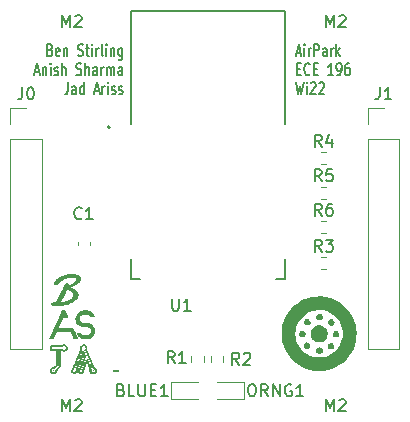
<source format=gbr>
%TF.GenerationSoftware,KiCad,Pcbnew,(6.0.7-1)-1*%
%TF.CreationDate,2023-02-09T22:12:40-08:00*%
%TF.ProjectId,MiniProject,4d696e69-5072-46f6-9a65-63742e6b6963,rev?*%
%TF.SameCoordinates,Original*%
%TF.FileFunction,Legend,Top*%
%TF.FilePolarity,Positive*%
%FSLAX46Y46*%
G04 Gerber Fmt 4.6, Leading zero omitted, Abs format (unit mm)*
G04 Created by KiCad (PCBNEW (6.0.7-1)-1) date 2023-02-09 22:12:40*
%MOMM*%
%LPD*%
G01*
G04 APERTURE LIST*
%ADD10C,0.150000*%
%ADD11C,0.120000*%
%ADD12C,0.127000*%
%ADD13C,0.200000*%
G04 APERTURE END LIST*
D10*
X167880357Y-93044666D02*
X168237500Y-93044666D01*
X167808928Y-93330380D02*
X168058928Y-92330380D01*
X168308928Y-93330380D01*
X168558928Y-93330380D02*
X168558928Y-92663714D01*
X168558928Y-92330380D02*
X168523214Y-92378000D01*
X168558928Y-92425619D01*
X168594642Y-92378000D01*
X168558928Y-92330380D01*
X168558928Y-92425619D01*
X168916071Y-93330380D02*
X168916071Y-92663714D01*
X168916071Y-92854190D02*
X168951785Y-92758952D01*
X168987500Y-92711333D01*
X169058928Y-92663714D01*
X169130357Y-92663714D01*
X169380357Y-93330380D02*
X169380357Y-92330380D01*
X169666071Y-92330380D01*
X169737500Y-92378000D01*
X169773214Y-92425619D01*
X169808928Y-92520857D01*
X169808928Y-92663714D01*
X169773214Y-92758952D01*
X169737500Y-92806571D01*
X169666071Y-92854190D01*
X169380357Y-92854190D01*
X170451785Y-93330380D02*
X170451785Y-92806571D01*
X170416071Y-92711333D01*
X170344642Y-92663714D01*
X170201785Y-92663714D01*
X170130357Y-92711333D01*
X170451785Y-93282761D02*
X170380357Y-93330380D01*
X170201785Y-93330380D01*
X170130357Y-93282761D01*
X170094642Y-93187523D01*
X170094642Y-93092285D01*
X170130357Y-92997047D01*
X170201785Y-92949428D01*
X170380357Y-92949428D01*
X170451785Y-92901809D01*
X170808928Y-93330380D02*
X170808928Y-92663714D01*
X170808928Y-92854190D02*
X170844642Y-92758952D01*
X170880357Y-92711333D01*
X170951785Y-92663714D01*
X171023214Y-92663714D01*
X171273214Y-93330380D02*
X171273214Y-92330380D01*
X171344642Y-92949428D02*
X171558928Y-93330380D01*
X171558928Y-92663714D02*
X171273214Y-93044666D01*
X167916071Y-94416571D02*
X168166071Y-94416571D01*
X168273214Y-94940380D02*
X167916071Y-94940380D01*
X167916071Y-93940380D01*
X168273214Y-93940380D01*
X169023214Y-94845142D02*
X168987500Y-94892761D01*
X168880357Y-94940380D01*
X168808928Y-94940380D01*
X168701785Y-94892761D01*
X168630357Y-94797523D01*
X168594642Y-94702285D01*
X168558928Y-94511809D01*
X168558928Y-94368952D01*
X168594642Y-94178476D01*
X168630357Y-94083238D01*
X168701785Y-93988000D01*
X168808928Y-93940380D01*
X168880357Y-93940380D01*
X168987500Y-93988000D01*
X169023214Y-94035619D01*
X169344642Y-94416571D02*
X169594642Y-94416571D01*
X169701785Y-94940380D02*
X169344642Y-94940380D01*
X169344642Y-93940380D01*
X169701785Y-93940380D01*
X170987500Y-94940380D02*
X170558928Y-94940380D01*
X170773214Y-94940380D02*
X170773214Y-93940380D01*
X170701785Y-94083238D01*
X170630357Y-94178476D01*
X170558928Y-94226095D01*
X171344642Y-94940380D02*
X171487500Y-94940380D01*
X171558928Y-94892761D01*
X171594642Y-94845142D01*
X171666071Y-94702285D01*
X171701785Y-94511809D01*
X171701785Y-94130857D01*
X171666071Y-94035619D01*
X171630357Y-93988000D01*
X171558928Y-93940380D01*
X171416071Y-93940380D01*
X171344642Y-93988000D01*
X171308928Y-94035619D01*
X171273214Y-94130857D01*
X171273214Y-94368952D01*
X171308928Y-94464190D01*
X171344642Y-94511809D01*
X171416071Y-94559428D01*
X171558928Y-94559428D01*
X171630357Y-94511809D01*
X171666071Y-94464190D01*
X171701785Y-94368952D01*
X172344642Y-93940380D02*
X172201785Y-93940380D01*
X172130357Y-93988000D01*
X172094642Y-94035619D01*
X172023214Y-94178476D01*
X171987500Y-94368952D01*
X171987500Y-94749904D01*
X172023214Y-94845142D01*
X172058928Y-94892761D01*
X172130357Y-94940380D01*
X172273214Y-94940380D01*
X172344642Y-94892761D01*
X172380357Y-94845142D01*
X172416071Y-94749904D01*
X172416071Y-94511809D01*
X172380357Y-94416571D01*
X172344642Y-94368952D01*
X172273214Y-94321333D01*
X172130357Y-94321333D01*
X172058928Y-94368952D01*
X172023214Y-94416571D01*
X171987500Y-94511809D01*
X167844642Y-95550380D02*
X168023214Y-96550380D01*
X168166071Y-95836095D01*
X168308928Y-96550380D01*
X168487500Y-95550380D01*
X168773214Y-96550380D02*
X168773214Y-95883714D01*
X168773214Y-95550380D02*
X168737500Y-95598000D01*
X168773214Y-95645619D01*
X168808928Y-95598000D01*
X168773214Y-95550380D01*
X168773214Y-95645619D01*
X169094642Y-95645619D02*
X169130357Y-95598000D01*
X169201785Y-95550380D01*
X169380357Y-95550380D01*
X169451785Y-95598000D01*
X169487500Y-95645619D01*
X169523214Y-95740857D01*
X169523214Y-95836095D01*
X169487500Y-95978952D01*
X169058928Y-96550380D01*
X169523214Y-96550380D01*
X169808928Y-95645619D02*
X169844642Y-95598000D01*
X169916071Y-95550380D01*
X170094642Y-95550380D01*
X170166071Y-95598000D01*
X170201785Y-95645619D01*
X170237500Y-95740857D01*
X170237500Y-95836095D01*
X170201785Y-95978952D01*
X169773214Y-96550380D01*
X170237500Y-96550380D01*
X147032785Y-92806571D02*
X147139928Y-92854190D01*
X147175642Y-92901809D01*
X147211357Y-92997047D01*
X147211357Y-93139904D01*
X147175642Y-93235142D01*
X147139928Y-93282761D01*
X147068500Y-93330380D01*
X146782785Y-93330380D01*
X146782785Y-92330380D01*
X147032785Y-92330380D01*
X147104214Y-92378000D01*
X147139928Y-92425619D01*
X147175642Y-92520857D01*
X147175642Y-92616095D01*
X147139928Y-92711333D01*
X147104214Y-92758952D01*
X147032785Y-92806571D01*
X146782785Y-92806571D01*
X147818500Y-93282761D02*
X147747071Y-93330380D01*
X147604214Y-93330380D01*
X147532785Y-93282761D01*
X147497071Y-93187523D01*
X147497071Y-92806571D01*
X147532785Y-92711333D01*
X147604214Y-92663714D01*
X147747071Y-92663714D01*
X147818500Y-92711333D01*
X147854214Y-92806571D01*
X147854214Y-92901809D01*
X147497071Y-92997047D01*
X148175642Y-92663714D02*
X148175642Y-93330380D01*
X148175642Y-92758952D02*
X148211357Y-92711333D01*
X148282785Y-92663714D01*
X148389928Y-92663714D01*
X148461357Y-92711333D01*
X148497071Y-92806571D01*
X148497071Y-93330380D01*
X149389928Y-93282761D02*
X149497071Y-93330380D01*
X149675642Y-93330380D01*
X149747071Y-93282761D01*
X149782785Y-93235142D01*
X149818500Y-93139904D01*
X149818500Y-93044666D01*
X149782785Y-92949428D01*
X149747071Y-92901809D01*
X149675642Y-92854190D01*
X149532785Y-92806571D01*
X149461357Y-92758952D01*
X149425642Y-92711333D01*
X149389928Y-92616095D01*
X149389928Y-92520857D01*
X149425642Y-92425619D01*
X149461357Y-92378000D01*
X149532785Y-92330380D01*
X149711357Y-92330380D01*
X149818500Y-92378000D01*
X150032785Y-92663714D02*
X150318500Y-92663714D01*
X150139928Y-92330380D02*
X150139928Y-93187523D01*
X150175642Y-93282761D01*
X150247071Y-93330380D01*
X150318500Y-93330380D01*
X150568500Y-93330380D02*
X150568500Y-92663714D01*
X150568500Y-92330380D02*
X150532785Y-92378000D01*
X150568500Y-92425619D01*
X150604214Y-92378000D01*
X150568500Y-92330380D01*
X150568500Y-92425619D01*
X150925642Y-93330380D02*
X150925642Y-92663714D01*
X150925642Y-92854190D02*
X150961357Y-92758952D01*
X150997071Y-92711333D01*
X151068500Y-92663714D01*
X151139928Y-92663714D01*
X151497071Y-93330380D02*
X151425642Y-93282761D01*
X151389928Y-93187523D01*
X151389928Y-92330380D01*
X151782785Y-93330380D02*
X151782785Y-92663714D01*
X151782785Y-92330380D02*
X151747071Y-92378000D01*
X151782785Y-92425619D01*
X151818500Y-92378000D01*
X151782785Y-92330380D01*
X151782785Y-92425619D01*
X152139928Y-92663714D02*
X152139928Y-93330380D01*
X152139928Y-92758952D02*
X152175642Y-92711333D01*
X152247071Y-92663714D01*
X152354214Y-92663714D01*
X152425642Y-92711333D01*
X152461357Y-92806571D01*
X152461357Y-93330380D01*
X153139928Y-92663714D02*
X153139928Y-93473238D01*
X153104214Y-93568476D01*
X153068500Y-93616095D01*
X152997071Y-93663714D01*
X152889928Y-93663714D01*
X152818500Y-93616095D01*
X153139928Y-93282761D02*
X153068500Y-93330380D01*
X152925642Y-93330380D01*
X152854214Y-93282761D01*
X152818500Y-93235142D01*
X152782785Y-93139904D01*
X152782785Y-92854190D01*
X152818500Y-92758952D01*
X152854214Y-92711333D01*
X152925642Y-92663714D01*
X153068500Y-92663714D01*
X153139928Y-92711333D01*
X145711357Y-94654666D02*
X146068500Y-94654666D01*
X145639928Y-94940380D02*
X145889928Y-93940380D01*
X146139928Y-94940380D01*
X146389928Y-94273714D02*
X146389928Y-94940380D01*
X146389928Y-94368952D02*
X146425642Y-94321333D01*
X146497071Y-94273714D01*
X146604214Y-94273714D01*
X146675642Y-94321333D01*
X146711357Y-94416571D01*
X146711357Y-94940380D01*
X147068500Y-94940380D02*
X147068500Y-94273714D01*
X147068500Y-93940380D02*
X147032785Y-93988000D01*
X147068500Y-94035619D01*
X147104214Y-93988000D01*
X147068500Y-93940380D01*
X147068500Y-94035619D01*
X147389928Y-94892761D02*
X147461357Y-94940380D01*
X147604214Y-94940380D01*
X147675642Y-94892761D01*
X147711357Y-94797523D01*
X147711357Y-94749904D01*
X147675642Y-94654666D01*
X147604214Y-94607047D01*
X147497071Y-94607047D01*
X147425642Y-94559428D01*
X147389928Y-94464190D01*
X147389928Y-94416571D01*
X147425642Y-94321333D01*
X147497071Y-94273714D01*
X147604214Y-94273714D01*
X147675642Y-94321333D01*
X148032785Y-94940380D02*
X148032785Y-93940380D01*
X148354214Y-94940380D02*
X148354214Y-94416571D01*
X148318500Y-94321333D01*
X148247071Y-94273714D01*
X148139928Y-94273714D01*
X148068500Y-94321333D01*
X148032785Y-94368952D01*
X149247071Y-94892761D02*
X149354214Y-94940380D01*
X149532785Y-94940380D01*
X149604214Y-94892761D01*
X149639928Y-94845142D01*
X149675642Y-94749904D01*
X149675642Y-94654666D01*
X149639928Y-94559428D01*
X149604214Y-94511809D01*
X149532785Y-94464190D01*
X149389928Y-94416571D01*
X149318500Y-94368952D01*
X149282785Y-94321333D01*
X149247071Y-94226095D01*
X149247071Y-94130857D01*
X149282785Y-94035619D01*
X149318500Y-93988000D01*
X149389928Y-93940380D01*
X149568500Y-93940380D01*
X149675642Y-93988000D01*
X149997071Y-94940380D02*
X149997071Y-93940380D01*
X150318500Y-94940380D02*
X150318500Y-94416571D01*
X150282785Y-94321333D01*
X150211357Y-94273714D01*
X150104214Y-94273714D01*
X150032785Y-94321333D01*
X149997071Y-94368952D01*
X150997071Y-94940380D02*
X150997071Y-94416571D01*
X150961357Y-94321333D01*
X150889928Y-94273714D01*
X150747071Y-94273714D01*
X150675642Y-94321333D01*
X150997071Y-94892761D02*
X150925642Y-94940380D01*
X150747071Y-94940380D01*
X150675642Y-94892761D01*
X150639928Y-94797523D01*
X150639928Y-94702285D01*
X150675642Y-94607047D01*
X150747071Y-94559428D01*
X150925642Y-94559428D01*
X150997071Y-94511809D01*
X151354214Y-94940380D02*
X151354214Y-94273714D01*
X151354214Y-94464190D02*
X151389928Y-94368952D01*
X151425642Y-94321333D01*
X151497071Y-94273714D01*
X151568500Y-94273714D01*
X151818500Y-94940380D02*
X151818500Y-94273714D01*
X151818500Y-94368952D02*
X151854214Y-94321333D01*
X151925642Y-94273714D01*
X152032785Y-94273714D01*
X152104214Y-94321333D01*
X152139928Y-94416571D01*
X152139928Y-94940380D01*
X152139928Y-94416571D02*
X152175642Y-94321333D01*
X152247071Y-94273714D01*
X152354214Y-94273714D01*
X152425642Y-94321333D01*
X152461357Y-94416571D01*
X152461357Y-94940380D01*
X153139928Y-94940380D02*
X153139928Y-94416571D01*
X153104214Y-94321333D01*
X153032785Y-94273714D01*
X152889928Y-94273714D01*
X152818500Y-94321333D01*
X153139928Y-94892761D02*
X153068500Y-94940380D01*
X152889928Y-94940380D01*
X152818500Y-94892761D01*
X152782785Y-94797523D01*
X152782785Y-94702285D01*
X152818500Y-94607047D01*
X152889928Y-94559428D01*
X153068500Y-94559428D01*
X153139928Y-94511809D01*
X148532785Y-95550380D02*
X148532785Y-96264666D01*
X148497071Y-96407523D01*
X148425642Y-96502761D01*
X148318500Y-96550380D01*
X148247071Y-96550380D01*
X149211357Y-96550380D02*
X149211357Y-96026571D01*
X149175642Y-95931333D01*
X149104214Y-95883714D01*
X148961357Y-95883714D01*
X148889928Y-95931333D01*
X149211357Y-96502761D02*
X149139928Y-96550380D01*
X148961357Y-96550380D01*
X148889928Y-96502761D01*
X148854214Y-96407523D01*
X148854214Y-96312285D01*
X148889928Y-96217047D01*
X148961357Y-96169428D01*
X149139928Y-96169428D01*
X149211357Y-96121809D01*
X149889928Y-96550380D02*
X149889928Y-95550380D01*
X149889928Y-96502761D02*
X149818500Y-96550380D01*
X149675642Y-96550380D01*
X149604214Y-96502761D01*
X149568500Y-96455142D01*
X149532785Y-96359904D01*
X149532785Y-96074190D01*
X149568500Y-95978952D01*
X149604214Y-95931333D01*
X149675642Y-95883714D01*
X149818500Y-95883714D01*
X149889928Y-95931333D01*
X150782785Y-96264666D02*
X151139928Y-96264666D01*
X150711357Y-96550380D02*
X150961357Y-95550380D01*
X151211357Y-96550380D01*
X151461357Y-96550380D02*
X151461357Y-95883714D01*
X151461357Y-96074190D02*
X151497071Y-95978952D01*
X151532785Y-95931333D01*
X151604214Y-95883714D01*
X151675642Y-95883714D01*
X151925642Y-96550380D02*
X151925642Y-95883714D01*
X151925642Y-95550380D02*
X151889928Y-95598000D01*
X151925642Y-95645619D01*
X151961357Y-95598000D01*
X151925642Y-95550380D01*
X151925642Y-95645619D01*
X152247071Y-96502761D02*
X152318500Y-96550380D01*
X152461357Y-96550380D01*
X152532785Y-96502761D01*
X152568500Y-96407523D01*
X152568500Y-96359904D01*
X152532785Y-96264666D01*
X152461357Y-96217047D01*
X152354214Y-96217047D01*
X152282785Y-96169428D01*
X152247071Y-96074190D01*
X152247071Y-96026571D01*
X152282785Y-95931333D01*
X152354214Y-95883714D01*
X152461357Y-95883714D01*
X152532785Y-95931333D01*
X152854214Y-96502761D02*
X152925642Y-96550380D01*
X153068500Y-96550380D01*
X153139928Y-96502761D01*
X153175642Y-96407523D01*
X153175642Y-96359904D01*
X153139928Y-96264666D01*
X153068500Y-96217047D01*
X152961357Y-96217047D01*
X152889928Y-96169428D01*
X152854214Y-96074190D01*
X152854214Y-96026571D01*
X152889928Y-95931333D01*
X152961357Y-95883714D01*
X153068500Y-95883714D01*
X153139928Y-95931333D01*
%TO.C,M2*%
X170386476Y-90876380D02*
X170386476Y-89876380D01*
X170719809Y-90590666D01*
X171053142Y-89876380D01*
X171053142Y-90876380D01*
X171481714Y-89971619D02*
X171529333Y-89924000D01*
X171624571Y-89876380D01*
X171862666Y-89876380D01*
X171957904Y-89924000D01*
X172005523Y-89971619D01*
X172053142Y-90066857D01*
X172053142Y-90162095D01*
X172005523Y-90304952D01*
X171434095Y-90876380D01*
X172053142Y-90876380D01*
%TO.C,BLUE1*%
X153027285Y-121594571D02*
X153170142Y-121642190D01*
X153217761Y-121689809D01*
X153265380Y-121785047D01*
X153265380Y-121927904D01*
X153217761Y-122023142D01*
X153170142Y-122070761D01*
X153074904Y-122118380D01*
X152693952Y-122118380D01*
X152693952Y-121118380D01*
X153027285Y-121118380D01*
X153122523Y-121166000D01*
X153170142Y-121213619D01*
X153217761Y-121308857D01*
X153217761Y-121404095D01*
X153170142Y-121499333D01*
X153122523Y-121546952D01*
X153027285Y-121594571D01*
X152693952Y-121594571D01*
X154170142Y-122118380D02*
X153693952Y-122118380D01*
X153693952Y-121118380D01*
X154503476Y-121118380D02*
X154503476Y-121927904D01*
X154551095Y-122023142D01*
X154598714Y-122070761D01*
X154693952Y-122118380D01*
X154884428Y-122118380D01*
X154979666Y-122070761D01*
X155027285Y-122023142D01*
X155074904Y-121927904D01*
X155074904Y-121118380D01*
X155551095Y-121594571D02*
X155884428Y-121594571D01*
X156027285Y-122118380D02*
X155551095Y-122118380D01*
X155551095Y-121118380D01*
X156027285Y-121118380D01*
X156979666Y-122118380D02*
X156408238Y-122118380D01*
X156693952Y-122118380D02*
X156693952Y-121118380D01*
X156598714Y-121261238D01*
X156503476Y-121356476D01*
X156408238Y-121404095D01*
%TO.C,R4*%
X170013333Y-101003380D02*
X169680000Y-100527190D01*
X169441904Y-101003380D02*
X169441904Y-100003380D01*
X169822857Y-100003380D01*
X169918095Y-100051000D01*
X169965714Y-100098619D01*
X170013333Y-100193857D01*
X170013333Y-100336714D01*
X169965714Y-100431952D01*
X169918095Y-100479571D01*
X169822857Y-100527190D01*
X169441904Y-100527190D01*
X170870476Y-100336714D02*
X170870476Y-101003380D01*
X170632380Y-99955761D02*
X170394285Y-100670047D01*
X171013333Y-100670047D01*
%TO.C,M2*%
X148034476Y-90876380D02*
X148034476Y-89876380D01*
X148367809Y-90590666D01*
X148701142Y-89876380D01*
X148701142Y-90876380D01*
X149129714Y-89971619D02*
X149177333Y-89924000D01*
X149272571Y-89876380D01*
X149510666Y-89876380D01*
X149605904Y-89924000D01*
X149653523Y-89971619D01*
X149701142Y-90066857D01*
X149701142Y-90162095D01*
X149653523Y-90304952D01*
X149082095Y-90876380D01*
X149701142Y-90876380D01*
%TO.C,U1*%
X157353095Y-113879380D02*
X157353095Y-114688904D01*
X157400714Y-114784142D01*
X157448333Y-114831761D01*
X157543571Y-114879380D01*
X157734047Y-114879380D01*
X157829285Y-114831761D01*
X157876904Y-114784142D01*
X157924523Y-114688904D01*
X157924523Y-113879380D01*
X158924523Y-114879380D02*
X158353095Y-114879380D01*
X158638809Y-114879380D02*
X158638809Y-113879380D01*
X158543571Y-114022238D01*
X158448333Y-114117476D01*
X158353095Y-114165095D01*
%TO.C,M2*%
X170386476Y-123388380D02*
X170386476Y-122388380D01*
X170719809Y-123102666D01*
X171053142Y-122388380D01*
X171053142Y-123388380D01*
X171481714Y-122483619D02*
X171529333Y-122436000D01*
X171624571Y-122388380D01*
X171862666Y-122388380D01*
X171957904Y-122436000D01*
X172005523Y-122483619D01*
X172053142Y-122578857D01*
X172053142Y-122674095D01*
X172005523Y-122816952D01*
X171434095Y-123388380D01*
X172053142Y-123388380D01*
%TO.C,C1*%
X149693333Y-107037142D02*
X149645714Y-107084761D01*
X149502857Y-107132380D01*
X149407619Y-107132380D01*
X149264761Y-107084761D01*
X149169523Y-106989523D01*
X149121904Y-106894285D01*
X149074285Y-106703809D01*
X149074285Y-106560952D01*
X149121904Y-106370476D01*
X149169523Y-106275238D01*
X149264761Y-106180000D01*
X149407619Y-106132380D01*
X149502857Y-106132380D01*
X149645714Y-106180000D01*
X149693333Y-106227619D01*
X150645714Y-107132380D02*
X150074285Y-107132380D01*
X150360000Y-107132380D02*
X150360000Y-106132380D01*
X150264761Y-106275238D01*
X150169523Y-106370476D01*
X150074285Y-106418095D01*
%TO.C,ORNG1*%
X164020761Y-121118380D02*
X164211238Y-121118380D01*
X164306476Y-121166000D01*
X164401714Y-121261238D01*
X164449333Y-121451714D01*
X164449333Y-121785047D01*
X164401714Y-121975523D01*
X164306476Y-122070761D01*
X164211238Y-122118380D01*
X164020761Y-122118380D01*
X163925523Y-122070761D01*
X163830285Y-121975523D01*
X163782666Y-121785047D01*
X163782666Y-121451714D01*
X163830285Y-121261238D01*
X163925523Y-121166000D01*
X164020761Y-121118380D01*
X165449333Y-122118380D02*
X165116000Y-121642190D01*
X164877904Y-122118380D02*
X164877904Y-121118380D01*
X165258857Y-121118380D01*
X165354095Y-121166000D01*
X165401714Y-121213619D01*
X165449333Y-121308857D01*
X165449333Y-121451714D01*
X165401714Y-121546952D01*
X165354095Y-121594571D01*
X165258857Y-121642190D01*
X164877904Y-121642190D01*
X165877904Y-122118380D02*
X165877904Y-121118380D01*
X166449333Y-122118380D01*
X166449333Y-121118380D01*
X167449333Y-121166000D02*
X167354095Y-121118380D01*
X167211238Y-121118380D01*
X167068380Y-121166000D01*
X166973142Y-121261238D01*
X166925523Y-121356476D01*
X166877904Y-121546952D01*
X166877904Y-121689809D01*
X166925523Y-121880285D01*
X166973142Y-121975523D01*
X167068380Y-122070761D01*
X167211238Y-122118380D01*
X167306476Y-122118380D01*
X167449333Y-122070761D01*
X167496952Y-122023142D01*
X167496952Y-121689809D01*
X167306476Y-121689809D01*
X168449333Y-122118380D02*
X167877904Y-122118380D01*
X168163619Y-122118380D02*
X168163619Y-121118380D01*
X168068380Y-121261238D01*
X167973142Y-121356476D01*
X167877904Y-121404095D01*
%TO.C,M2*%
X148034476Y-123388380D02*
X148034476Y-122388380D01*
X148367809Y-123102666D01*
X148701142Y-122388380D01*
X148701142Y-123388380D01*
X149129714Y-122483619D02*
X149177333Y-122436000D01*
X149272571Y-122388380D01*
X149510666Y-122388380D01*
X149605904Y-122436000D01*
X149653523Y-122483619D01*
X149701142Y-122578857D01*
X149701142Y-122674095D01*
X149653523Y-122816952D01*
X149082095Y-123388380D01*
X149701142Y-123388380D01*
%TO.C,J1*%
X174926666Y-95972380D02*
X174926666Y-96686666D01*
X174879047Y-96829523D01*
X174783809Y-96924761D01*
X174640952Y-96972380D01*
X174545714Y-96972380D01*
X175926666Y-96972380D02*
X175355238Y-96972380D01*
X175640952Y-96972380D02*
X175640952Y-95972380D01*
X175545714Y-96115238D01*
X175450476Y-96210476D01*
X175355238Y-96258095D01*
%TO.C,R1*%
X157567333Y-119324380D02*
X157234000Y-118848190D01*
X156995904Y-119324380D02*
X156995904Y-118324380D01*
X157376857Y-118324380D01*
X157472095Y-118372000D01*
X157519714Y-118419619D01*
X157567333Y-118514857D01*
X157567333Y-118657714D01*
X157519714Y-118752952D01*
X157472095Y-118800571D01*
X157376857Y-118848190D01*
X156995904Y-118848190D01*
X158519714Y-119324380D02*
X157948285Y-119324380D01*
X158234000Y-119324380D02*
X158234000Y-118324380D01*
X158138761Y-118467238D01*
X158043523Y-118562476D01*
X157948285Y-118610095D01*
%TO.C,J0*%
X144666666Y-95972380D02*
X144666666Y-96686666D01*
X144619047Y-96829523D01*
X144523809Y-96924761D01*
X144380952Y-96972380D01*
X144285714Y-96972380D01*
X145333333Y-95972380D02*
X145428571Y-95972380D01*
X145523809Y-96020000D01*
X145571428Y-96067619D01*
X145619047Y-96162857D01*
X145666666Y-96353333D01*
X145666666Y-96591428D01*
X145619047Y-96781904D01*
X145571428Y-96877142D01*
X145523809Y-96924761D01*
X145428571Y-96972380D01*
X145333333Y-96972380D01*
X145238095Y-96924761D01*
X145190476Y-96877142D01*
X145142857Y-96781904D01*
X145095238Y-96591428D01*
X145095238Y-96353333D01*
X145142857Y-96162857D01*
X145190476Y-96067619D01*
X145238095Y-96020000D01*
X145333333Y-95972380D01*
%TO.C,R2*%
X163028333Y-119452380D02*
X162695000Y-118976190D01*
X162456904Y-119452380D02*
X162456904Y-118452380D01*
X162837857Y-118452380D01*
X162933095Y-118500000D01*
X162980714Y-118547619D01*
X163028333Y-118642857D01*
X163028333Y-118785714D01*
X162980714Y-118880952D01*
X162933095Y-118928571D01*
X162837857Y-118976190D01*
X162456904Y-118976190D01*
X163409285Y-118547619D02*
X163456904Y-118500000D01*
X163552142Y-118452380D01*
X163790238Y-118452380D01*
X163885476Y-118500000D01*
X163933095Y-118547619D01*
X163980714Y-118642857D01*
X163980714Y-118738095D01*
X163933095Y-118880952D01*
X163361666Y-119452380D01*
X163980714Y-119452380D01*
%TO.C,R5*%
X170013333Y-103924380D02*
X169680000Y-103448190D01*
X169441904Y-103924380D02*
X169441904Y-102924380D01*
X169822857Y-102924380D01*
X169918095Y-102972000D01*
X169965714Y-103019619D01*
X170013333Y-103114857D01*
X170013333Y-103257714D01*
X169965714Y-103352952D01*
X169918095Y-103400571D01*
X169822857Y-103448190D01*
X169441904Y-103448190D01*
X170918095Y-102924380D02*
X170441904Y-102924380D01*
X170394285Y-103400571D01*
X170441904Y-103352952D01*
X170537142Y-103305333D01*
X170775238Y-103305333D01*
X170870476Y-103352952D01*
X170918095Y-103400571D01*
X170965714Y-103495809D01*
X170965714Y-103733904D01*
X170918095Y-103829142D01*
X170870476Y-103876761D01*
X170775238Y-103924380D01*
X170537142Y-103924380D01*
X170441904Y-103876761D01*
X170394285Y-103829142D01*
%TO.C,R6*%
X170013333Y-106845380D02*
X169680000Y-106369190D01*
X169441904Y-106845380D02*
X169441904Y-105845380D01*
X169822857Y-105845380D01*
X169918095Y-105893000D01*
X169965714Y-105940619D01*
X170013333Y-106035857D01*
X170013333Y-106178714D01*
X169965714Y-106273952D01*
X169918095Y-106321571D01*
X169822857Y-106369190D01*
X169441904Y-106369190D01*
X170870476Y-105845380D02*
X170680000Y-105845380D01*
X170584761Y-105893000D01*
X170537142Y-105940619D01*
X170441904Y-106083476D01*
X170394285Y-106273952D01*
X170394285Y-106654904D01*
X170441904Y-106750142D01*
X170489523Y-106797761D01*
X170584761Y-106845380D01*
X170775238Y-106845380D01*
X170870476Y-106797761D01*
X170918095Y-106750142D01*
X170965714Y-106654904D01*
X170965714Y-106416809D01*
X170918095Y-106321571D01*
X170870476Y-106273952D01*
X170775238Y-106226333D01*
X170584761Y-106226333D01*
X170489523Y-106273952D01*
X170441904Y-106321571D01*
X170394285Y-106416809D01*
%TO.C,R3*%
X170013333Y-109893380D02*
X169680000Y-109417190D01*
X169441904Y-109893380D02*
X169441904Y-108893380D01*
X169822857Y-108893380D01*
X169918095Y-108941000D01*
X169965714Y-108988619D01*
X170013333Y-109083857D01*
X170013333Y-109226714D01*
X169965714Y-109321952D01*
X169918095Y-109369571D01*
X169822857Y-109417190D01*
X169441904Y-109417190D01*
X170346666Y-108893380D02*
X170965714Y-108893380D01*
X170632380Y-109274333D01*
X170775238Y-109274333D01*
X170870476Y-109321952D01*
X170918095Y-109369571D01*
X170965714Y-109464809D01*
X170965714Y-109702904D01*
X170918095Y-109798142D01*
X170870476Y-109845761D01*
X170775238Y-109893380D01*
X170489523Y-109893380D01*
X170394285Y-109845761D01*
X170346666Y-109798142D01*
D11*
%TO.C,BLUE1*%
X157265000Y-120931000D02*
X157265000Y-122401000D01*
X157265000Y-122401000D02*
X159550000Y-122401000D01*
X159550000Y-120931000D02*
X157265000Y-120931000D01*
%TO.C,R4*%
X169942742Y-101458500D02*
X170417258Y-101458500D01*
X169942742Y-102503500D02*
X170417258Y-102503500D01*
D12*
%TO.C,U1*%
X153895000Y-89520000D02*
X166895000Y-89520000D01*
X153895000Y-112220000D02*
X153895000Y-110550000D01*
X153895000Y-99070000D02*
X153895000Y-89520000D01*
X166895000Y-112220000D02*
X166115000Y-112220000D01*
X154675000Y-112220000D02*
X153895000Y-112220000D01*
X166895000Y-110550000D02*
X166895000Y-112220000D01*
X166895000Y-89520000D02*
X166895000Y-99070000D01*
D13*
X152095000Y-99370000D02*
G75*
G03*
X152095000Y-99370000I-100000J0D01*
G01*
D11*
%TO.C,C1*%
X149350000Y-109079420D02*
X149350000Y-109360580D01*
X150370000Y-109079420D02*
X150370000Y-109360580D01*
%TO.C,G\u002A\u002A\u002A*%
G36*
X147517476Y-114142001D02*
G01*
X147526370Y-114129017D01*
X147536073Y-114111142D01*
X147548109Y-114087434D01*
X147556889Y-114070394D01*
X147584925Y-114016716D01*
X147610706Y-113967296D01*
X147634755Y-113921120D01*
X147657591Y-113877175D01*
X147679736Y-113834449D01*
X147701712Y-113791929D01*
X147724039Y-113748602D01*
X147747239Y-113703456D01*
X147771832Y-113655476D01*
X147798341Y-113603651D01*
X147827285Y-113546968D01*
X147859187Y-113484413D01*
X147894568Y-113414975D01*
X147933948Y-113337640D01*
X147934274Y-113337000D01*
X147976598Y-113253884D01*
X148014682Y-113179154D01*
X148048805Y-113112277D01*
X148079252Y-113052721D01*
X148106303Y-112999952D01*
X148130240Y-112953438D01*
X148151345Y-112912646D01*
X148169900Y-112877043D01*
X148186187Y-112846097D01*
X148200488Y-112819275D01*
X148213085Y-112796043D01*
X148224260Y-112775870D01*
X148234294Y-112758223D01*
X148243469Y-112742568D01*
X148252068Y-112728373D01*
X148260373Y-112715106D01*
X148268664Y-112702233D01*
X148276306Y-112690608D01*
X148307684Y-112645328D01*
X148336284Y-112608796D01*
X148362840Y-112580395D01*
X148388081Y-112559510D01*
X148412742Y-112545524D01*
X148437552Y-112537821D01*
X148460190Y-112535749D01*
X148495878Y-112539972D01*
X148527322Y-112552979D01*
X148555709Y-112575277D01*
X148557965Y-112577562D01*
X148576978Y-112599013D01*
X148589419Y-112618686D01*
X148596503Y-112639739D01*
X148599444Y-112665329D01*
X148599706Y-112686143D01*
X148599181Y-112732787D01*
X148612340Y-112729555D01*
X148625797Y-112725190D01*
X148646255Y-112717234D01*
X148671758Y-112706537D01*
X148700346Y-112693950D01*
X148730064Y-112680323D01*
X148758952Y-112666508D01*
X148770125Y-112660976D01*
X148850095Y-112618879D01*
X148923967Y-112575872D01*
X148991371Y-112532299D01*
X149051938Y-112488501D01*
X149105298Y-112444821D01*
X149151080Y-112401601D01*
X149188916Y-112359183D01*
X149218435Y-112317910D01*
X149239269Y-112278123D01*
X149251046Y-112240166D01*
X149253714Y-112213275D01*
X149250908Y-112189050D01*
X149241897Y-112168158D01*
X149225794Y-112149647D01*
X149201709Y-112132561D01*
X149168755Y-112115947D01*
X149159295Y-112111867D01*
X149111887Y-112095965D01*
X149056752Y-112084494D01*
X148995121Y-112077439D01*
X148928223Y-112074783D01*
X148857289Y-112076511D01*
X148783548Y-112082607D01*
X148708230Y-112093054D01*
X148632565Y-112107836D01*
X148585500Y-112119308D01*
X148475124Y-112152282D01*
X148365157Y-112192716D01*
X148257624Y-112239693D01*
X148154553Y-112292297D01*
X148057971Y-112349610D01*
X148018000Y-112376120D01*
X147985187Y-112399115D01*
X147948462Y-112425626D01*
X147909453Y-112454412D01*
X147869789Y-112484232D01*
X147831099Y-112513846D01*
X147795012Y-112542014D01*
X147763157Y-112567494D01*
X147737162Y-112589047D01*
X147728000Y-112596968D01*
X147688038Y-112631108D01*
X147653298Y-112658270D01*
X147622511Y-112679086D01*
X147594412Y-112694189D01*
X147567733Y-112704212D01*
X147541207Y-112709785D01*
X147513567Y-112711542D01*
X147499128Y-112711197D01*
X147457892Y-112704661D01*
X147418233Y-112689782D01*
X147383156Y-112667761D01*
X147376567Y-112662266D01*
X147358441Y-112639877D01*
X147347508Y-112611488D01*
X147343785Y-112578067D01*
X147347293Y-112540583D01*
X147358051Y-112500004D01*
X147372579Y-112464500D01*
X147391660Y-112430252D01*
X147417828Y-112392328D01*
X147449694Y-112352364D01*
X147485870Y-112311992D01*
X147524968Y-112272847D01*
X147565600Y-112236563D01*
X147567632Y-112234866D01*
X147590892Y-112216596D01*
X147620815Y-112194744D01*
X147655369Y-112170667D01*
X147692523Y-112145723D01*
X147730244Y-112121269D01*
X147766501Y-112098663D01*
X147799262Y-112079262D01*
X147807477Y-112074620D01*
X147895477Y-112028649D01*
X147990034Y-111985003D01*
X148089468Y-111944212D01*
X148192097Y-111906805D01*
X148296240Y-111873313D01*
X148400215Y-111844266D01*
X148502340Y-111820194D01*
X148600934Y-111801627D01*
X148694316Y-111789095D01*
X148721199Y-111786580D01*
X148750363Y-111784769D01*
X148786543Y-111783504D01*
X148828135Y-111782759D01*
X148873535Y-111782506D01*
X148921140Y-111782721D01*
X148969346Y-111783376D01*
X149016550Y-111784447D01*
X149061148Y-111785906D01*
X149101537Y-111787727D01*
X149136113Y-111789884D01*
X149163273Y-111792352D01*
X149175500Y-111793996D01*
X149256123Y-111809546D01*
X149328088Y-111828739D01*
X149392176Y-111851918D01*
X149449168Y-111879425D01*
X149499844Y-111911601D01*
X149544986Y-111948788D01*
X149558129Y-111961539D01*
X149594951Y-112003962D01*
X149622299Y-112047945D01*
X149640697Y-112094733D01*
X149650666Y-112145570D01*
X149652926Y-112187450D01*
X149648078Y-112241969D01*
X149633473Y-112297303D01*
X149609296Y-112353195D01*
X149575732Y-112409392D01*
X149532966Y-112465637D01*
X149481183Y-112521676D01*
X149420569Y-112577252D01*
X149351309Y-112632111D01*
X149308000Y-112662985D01*
X149267833Y-112689125D01*
X149220162Y-112717722D01*
X149166882Y-112747808D01*
X149109885Y-112778419D01*
X149051064Y-112808587D01*
X148992313Y-112837349D01*
X148935524Y-112863737D01*
X148882590Y-112886786D01*
X148835406Y-112905529D01*
X148825500Y-112909154D01*
X148818925Y-112912117D01*
X148819624Y-112915704D01*
X148826775Y-112921943D01*
X148836580Y-112927930D01*
X148852827Y-112935829D01*
X148872531Y-112944222D01*
X148879275Y-112946855D01*
X148916482Y-112962443D01*
X148958790Y-112982546D01*
X149004390Y-113006109D01*
X149051470Y-113032077D01*
X149098221Y-113059394D01*
X149142833Y-113087006D01*
X149183495Y-113113856D01*
X149218396Y-113138889D01*
X149243822Y-113159374D01*
X149283837Y-113196123D01*
X149316744Y-113230777D01*
X149344402Y-113265672D01*
X149368668Y-113303142D01*
X149390415Y-113343534D01*
X149409869Y-113385235D01*
X149423666Y-113421645D01*
X149432484Y-113455210D01*
X149436999Y-113488378D01*
X149437970Y-113515487D01*
X149436376Y-113551204D01*
X149432043Y-113591419D01*
X149425568Y-113632121D01*
X149417550Y-113669302D01*
X149412139Y-113688594D01*
X149396719Y-113727567D01*
X149374048Y-113770762D01*
X149345106Y-113816723D01*
X149310872Y-113863990D01*
X149272326Y-113911106D01*
X149235856Y-113951036D01*
X149159534Y-114023743D01*
X149074448Y-114092611D01*
X148981156Y-114157416D01*
X148880220Y-114217933D01*
X148772197Y-114273938D01*
X148657649Y-114325206D01*
X148537133Y-114371513D01*
X148411211Y-114412634D01*
X148280441Y-114448345D01*
X148145382Y-114478422D01*
X148006595Y-114502639D01*
X147864639Y-114520773D01*
X147800500Y-114526836D01*
X147779969Y-114528092D01*
X147751784Y-114529141D01*
X147717850Y-114529975D01*
X147680072Y-114530583D01*
X147640357Y-114530953D01*
X147600612Y-114531077D01*
X147562741Y-114530943D01*
X147528651Y-114530542D01*
X147500248Y-114529862D01*
X147479438Y-114528895D01*
X147475500Y-114528594D01*
X147410326Y-114520618D01*
X147350051Y-114508524D01*
X147295470Y-114492637D01*
X147247383Y-114473286D01*
X147206585Y-114450796D01*
X147173876Y-114425494D01*
X147150051Y-114397706D01*
X147147964Y-114394443D01*
X147136964Y-114368977D01*
X147131154Y-114338586D01*
X147131117Y-114307215D01*
X147133155Y-114293751D01*
X147142023Y-114267838D01*
X147157462Y-114245296D01*
X147179956Y-114225896D01*
X147209991Y-114209408D01*
X147248052Y-114195605D01*
X147294626Y-114184255D01*
X147350196Y-114175132D01*
X147395792Y-114169838D01*
X147431824Y-114166456D01*
X147459525Y-114163824D01*
X147480417Y-114161004D01*
X147496023Y-114157053D01*
X147501231Y-114154406D01*
X147958000Y-114154406D01*
X147962786Y-114156193D01*
X147976594Y-114156319D01*
X147998596Y-114154855D01*
X148027966Y-114151871D01*
X148063875Y-114147441D01*
X148104520Y-114141777D01*
X148179067Y-114128535D01*
X148258743Y-114110086D01*
X148340676Y-114087222D01*
X148421991Y-114060731D01*
X148486554Y-114036716D01*
X148569849Y-114000641D01*
X148647045Y-113960810D01*
X148717668Y-113917643D01*
X148781245Y-113871559D01*
X148837303Y-113822978D01*
X148885366Y-113772319D01*
X148924962Y-113720000D01*
X148955618Y-113666442D01*
X148976858Y-113612063D01*
X148980307Y-113599699D01*
X148986131Y-113571132D01*
X148987388Y-113545272D01*
X148983978Y-113518057D01*
X148977646Y-113491938D01*
X148956109Y-113432879D01*
X148925192Y-113377124D01*
X148885014Y-113324853D01*
X148835693Y-113276243D01*
X148831973Y-113273044D01*
X148806781Y-113253511D01*
X148775305Y-113232148D01*
X148739250Y-113209854D01*
X148700321Y-113187527D01*
X148660224Y-113166065D01*
X148620666Y-113146367D01*
X148583352Y-113129331D01*
X148549988Y-113115854D01*
X148522280Y-113106837D01*
X148511716Y-113104398D01*
X148500323Y-113103058D01*
X148492474Y-113105635D01*
X148484584Y-113113943D01*
X148479632Y-113120636D01*
X148473789Y-113130378D01*
X148464546Y-113147813D01*
X148452608Y-113171516D01*
X148438681Y-113200061D01*
X148423471Y-113232024D01*
X148408194Y-113264870D01*
X148387080Y-113310070D01*
X148362006Y-113362539D01*
X148333743Y-113420734D01*
X148303062Y-113483115D01*
X148270735Y-113548139D01*
X148237533Y-113614266D01*
X148204227Y-113679954D01*
X148171588Y-113743662D01*
X148140388Y-113803848D01*
X148111399Y-113858971D01*
X148103136Y-113874500D01*
X148074124Y-113928985D01*
X148047667Y-113978929D01*
X148024055Y-114023772D01*
X148003579Y-114062954D01*
X147986528Y-114095915D01*
X147973194Y-114122096D01*
X147963866Y-114140936D01*
X147958835Y-114151875D01*
X147958000Y-114154406D01*
X147501231Y-114154406D01*
X147507869Y-114151032D01*
X147517476Y-114142001D01*
G37*
%TO.C,ORNG1*%
X163410000Y-120931000D02*
X161125000Y-120931000D01*
X163410000Y-122401000D02*
X163410000Y-120931000D01*
X161125000Y-122401000D02*
X163410000Y-122401000D01*
%TO.C,J1*%
X176590000Y-100330000D02*
X176590000Y-118170000D01*
X173930000Y-100330000D02*
X176590000Y-100330000D01*
X173930000Y-118170000D02*
X176590000Y-118170000D01*
X173930000Y-97730000D02*
X175260000Y-97730000D01*
X173930000Y-99060000D02*
X173930000Y-97730000D01*
X173930000Y-100330000D02*
X173930000Y-118170000D01*
%TO.C,G\u002A\u002A\u002A*%
G36*
X150695134Y-119912538D02*
G01*
X150719644Y-119939481D01*
X150721092Y-119959569D01*
X150699571Y-119988311D01*
X150661250Y-120000983D01*
X150625295Y-119993224D01*
X150615912Y-119983496D01*
X150615859Y-119953162D01*
X150640336Y-119924685D01*
X150675824Y-119910176D01*
X150695134Y-119912538D01*
G37*
G36*
X149914254Y-118009503D02*
G01*
X149926354Y-118048049D01*
X149922158Y-118067930D01*
X149897901Y-118088921D01*
X149860450Y-118089896D01*
X149830051Y-118071689D01*
X149825812Y-118063947D01*
X149825190Y-118021179D01*
X149856113Y-117996628D01*
X149876494Y-117994035D01*
X149914254Y-118009503D01*
G37*
G36*
X147361193Y-119931625D02*
G01*
X147370995Y-119957121D01*
X147361992Y-119997306D01*
X147329959Y-120013928D01*
X147297259Y-120004707D01*
X147278316Y-119975090D01*
X147285539Y-119939985D01*
X147313250Y-119917126D01*
X147325886Y-119915292D01*
X147361193Y-119931625D01*
G37*
G36*
X147019388Y-117901392D02*
G01*
X147082678Y-117829077D01*
X147164713Y-117790599D01*
X147267495Y-117785091D01*
X147283668Y-117786903D01*
X147340492Y-117792314D01*
X147426290Y-117798071D01*
X147530639Y-117803575D01*
X147643113Y-117808232D01*
X147675874Y-117809342D01*
X147789254Y-117812678D01*
X147870538Y-117813740D01*
X147927012Y-117811788D01*
X147965960Y-117806084D01*
X147994669Y-117795888D01*
X148020422Y-117780461D01*
X148030568Y-117773344D01*
X148105099Y-117739515D01*
X148195251Y-117726048D01*
X148285671Y-117733155D01*
X148361008Y-117761047D01*
X148372256Y-117768643D01*
X148453186Y-117849207D01*
X148502540Y-117941505D01*
X148521276Y-118038795D01*
X148510358Y-118134337D01*
X148470746Y-118221388D01*
X148403401Y-118293208D01*
X148309284Y-118343057D01*
X148289476Y-118349203D01*
X148181174Y-118363637D01*
X148083756Y-118341384D01*
X148012747Y-118298855D01*
X147947788Y-118249309D01*
X147942133Y-118938964D01*
X147936478Y-119628618D01*
X147795462Y-119771955D01*
X147727258Y-119843746D01*
X147682952Y-119897895D01*
X147656839Y-119942776D01*
X147643212Y-119986766D01*
X147641092Y-119998580D01*
X147606530Y-120104245D01*
X147544286Y-120188494D01*
X147461151Y-120247528D01*
X147363919Y-120277546D01*
X147259384Y-120274749D01*
X147187680Y-120252201D01*
X147134287Y-120221438D01*
X147094832Y-120188210D01*
X147054003Y-120126372D01*
X147020393Y-120048003D01*
X147001912Y-119972931D01*
X147000481Y-119951704D01*
X147015379Y-119872910D01*
X147054887Y-119794045D01*
X147111221Y-119724389D01*
X147176600Y-119673221D01*
X147243240Y-119649821D01*
X147254121Y-119649272D01*
X147292990Y-119635239D01*
X147349092Y-119596885D01*
X147405617Y-119547888D01*
X147512816Y-119446503D01*
X147512816Y-118250203D01*
X147467319Y-118250203D01*
X147414809Y-118262126D01*
X147383572Y-118279134D01*
X147329854Y-118300710D01*
X147256060Y-118307661D01*
X147178737Y-118299917D01*
X147119636Y-118280238D01*
X147049329Y-118223326D01*
X147003012Y-118143868D01*
X146983518Y-118052567D01*
X146985883Y-118031050D01*
X147144338Y-118031050D01*
X147150835Y-118074074D01*
X147154657Y-118082972D01*
X147192297Y-118127325D01*
X147244687Y-118146170D01*
X147297365Y-118135722D01*
X147313183Y-118124455D01*
X147344675Y-118106932D01*
X147396664Y-118096812D01*
X147477229Y-118092780D01*
X147509441Y-118092561D01*
X147670457Y-118092561D01*
X147670457Y-119520261D01*
X147528088Y-119663587D01*
X147458044Y-119731820D01*
X147406826Y-119775141D01*
X147367486Y-119798450D01*
X147333076Y-119806649D01*
X147324899Y-119806913D01*
X147254139Y-119823117D01*
X147203718Y-119865443D01*
X147176964Y-119924464D01*
X147177204Y-119990752D01*
X147207765Y-120054882D01*
X147229272Y-120077860D01*
X147294680Y-120115771D01*
X147360863Y-120114582D01*
X147424453Y-120074389D01*
X147426504Y-120072364D01*
X147461175Y-120026451D01*
X147471693Y-119973113D01*
X147470666Y-119943992D01*
X147469801Y-119908693D01*
X147476073Y-119878383D01*
X147494084Y-119845955D01*
X147528438Y-119804299D01*
X147583735Y-119746306D01*
X147626842Y-119702762D01*
X147788689Y-119540070D01*
X147788689Y-118092561D01*
X147918863Y-118092561D01*
X147991551Y-118094284D01*
X148036786Y-118101764D01*
X148066459Y-118118470D01*
X148087787Y-118141824D01*
X148142176Y-118182507D01*
X148209131Y-118193816D01*
X148275119Y-118175906D01*
X148319299Y-118139167D01*
X148354681Y-118068687D01*
X148352274Y-117999040D01*
X148317294Y-117941116D01*
X148256728Y-117902667D01*
X148185385Y-117895210D01*
X148116564Y-117918537D01*
X148084267Y-117944772D01*
X148066373Y-117962654D01*
X148047274Y-117975582D01*
X148020708Y-117984360D01*
X147980414Y-117989791D01*
X147920132Y-117992678D01*
X147833600Y-117993825D01*
X147714556Y-117994035D01*
X147700347Y-117994035D01*
X147569418Y-117993322D01*
X147472439Y-117990905D01*
X147403970Y-117986363D01*
X147358572Y-117979280D01*
X147330804Y-117969235D01*
X147324456Y-117965104D01*
X147263350Y-117937713D01*
X147206568Y-117946729D01*
X147165634Y-117984990D01*
X147144338Y-118031050D01*
X146985883Y-118031050D01*
X146993677Y-117960128D01*
X147019388Y-117901392D01*
G37*
G36*
X148233261Y-118001624D02*
G01*
X148256689Y-118028157D01*
X148257942Y-118048165D01*
X148237200Y-118077253D01*
X148201031Y-118088791D01*
X148167466Y-118079690D01*
X148156914Y-118065486D01*
X148160415Y-118030280D01*
X148188855Y-118004408D01*
X148227856Y-117999897D01*
X148233261Y-118001624D01*
G37*
G36*
X148824876Y-119871303D02*
G01*
X148862896Y-119797568D01*
X148901204Y-119757650D01*
X148920903Y-119728356D01*
X148953956Y-119664179D01*
X148999518Y-119567000D01*
X149056744Y-119438701D01*
X149124787Y-119281162D01*
X149202803Y-119096264D01*
X149255509Y-118969443D01*
X149331875Y-118784598D01*
X149394538Y-118632176D01*
X149444873Y-118508184D01*
X149484253Y-118408630D01*
X149514051Y-118329525D01*
X149535640Y-118266876D01*
X149550395Y-118216691D01*
X149559687Y-118174980D01*
X149564891Y-118137751D01*
X149567379Y-118101012D01*
X149568526Y-118060773D01*
X149568550Y-118059637D01*
X149571714Y-117976459D01*
X149578680Y-117921632D01*
X149592173Y-117884111D01*
X149614917Y-117852850D01*
X149621272Y-117845888D01*
X149689156Y-117788966D01*
X149769433Y-117744533D01*
X149846754Y-117720393D01*
X149872479Y-117718163D01*
X149941076Y-117731583D01*
X150019779Y-117766196D01*
X150092749Y-117813527D01*
X150142306Y-117862515D01*
X150163898Y-117900274D01*
X150176640Y-117947574D01*
X150182668Y-118015507D01*
X150184022Y-118079272D01*
X150185173Y-118240350D01*
X150478053Y-118945292D01*
X150552989Y-119125276D01*
X150614735Y-119272356D01*
X150665016Y-119390108D01*
X150705558Y-119482107D01*
X150738087Y-119551927D01*
X150764329Y-119603145D01*
X150786010Y-119639334D01*
X150804855Y-119664071D01*
X150822592Y-119680930D01*
X150838551Y-119692025D01*
X150918096Y-119759913D01*
X150964811Y-119846781D01*
X150980824Y-119956670D01*
X150980857Y-119962229D01*
X150969982Y-120062894D01*
X150939535Y-120135262D01*
X150874451Y-120206847D01*
X150788139Y-120255147D01*
X150691222Y-120277697D01*
X150594323Y-120272029D01*
X150508065Y-120235678D01*
X150507806Y-120235502D01*
X150438793Y-120181411D01*
X150394383Y-120124952D01*
X150369462Y-120055346D01*
X150358920Y-119961812D01*
X150357637Y-119918778D01*
X150354963Y-119844231D01*
X150347698Y-119782350D01*
X150332901Y-119721417D01*
X150307631Y-119649710D01*
X150268950Y-119555510D01*
X150262992Y-119541490D01*
X150226735Y-119457013D01*
X150196131Y-119386933D01*
X150174410Y-119338559D01*
X150164810Y-119319213D01*
X150154333Y-119332220D01*
X150133495Y-119375172D01*
X150105082Y-119440859D01*
X150071881Y-119522073D01*
X150036680Y-119611606D01*
X150002264Y-119702248D01*
X149971421Y-119786792D01*
X149946938Y-119858029D01*
X149931601Y-119908751D01*
X149928092Y-119931512D01*
X149930185Y-119967726D01*
X149921891Y-120022914D01*
X149917333Y-120041582D01*
X149877884Y-120118227D01*
X149811547Y-120177327D01*
X149728336Y-120215176D01*
X149638263Y-120228069D01*
X149551342Y-120212302D01*
X149511194Y-120191863D01*
X149439238Y-120123562D01*
X149397889Y-120038551D01*
X149388179Y-119945819D01*
X149411137Y-119854354D01*
X149463655Y-119777331D01*
X149490795Y-119742362D01*
X149523915Y-119686185D01*
X149564623Y-119605474D01*
X149614531Y-119496907D01*
X149675248Y-119357162D01*
X149728556Y-119230592D01*
X149788800Y-119085800D01*
X149835238Y-118972673D01*
X149869353Y-118886552D01*
X149892626Y-118822778D01*
X149906541Y-118776692D01*
X149912581Y-118743636D01*
X149912228Y-118718951D01*
X149906965Y-118697977D01*
X149902101Y-118685317D01*
X149882632Y-118644883D01*
X149868469Y-118628146D01*
X149866773Y-118628700D01*
X149857448Y-118648327D01*
X149834908Y-118700131D01*
X149800952Y-118779848D01*
X149757378Y-118883216D01*
X149705986Y-119005973D01*
X149648573Y-119143857D01*
X149601816Y-119256632D01*
X149529572Y-119432170D01*
X149471620Y-119575464D01*
X149426557Y-119690423D01*
X149392983Y-119780952D01*
X149369497Y-119850961D01*
X149354697Y-119904357D01*
X149347181Y-119945046D01*
X149345471Y-119971452D01*
X149340956Y-120036960D01*
X149322103Y-120083658D01*
X149280764Y-120131658D01*
X149280433Y-120131989D01*
X149217066Y-120180668D01*
X149143752Y-120215510D01*
X149074177Y-120231218D01*
X149033572Y-120227546D01*
X148930092Y-120183593D01*
X148861372Y-120126599D01*
X148823724Y-120052183D01*
X148814752Y-119977459D01*
X148969744Y-119977459D01*
X148985332Y-120025200D01*
X149027981Y-120056100D01*
X149072060Y-120063081D01*
X149136076Y-120047858D01*
X149173962Y-120006212D01*
X149180567Y-119944182D01*
X149179350Y-119937294D01*
X149178957Y-119916569D01*
X149184885Y-119884204D01*
X149198253Y-119837203D01*
X149220177Y-119772570D01*
X149251776Y-119687308D01*
X149294166Y-119578420D01*
X149348467Y-119442911D01*
X149415796Y-119277783D01*
X149497269Y-119080040D01*
X149516144Y-119034420D01*
X149587223Y-118863514D01*
X149653910Y-118704690D01*
X149714679Y-118561476D01*
X149768002Y-118437402D01*
X149812352Y-118335997D01*
X149846200Y-118260788D01*
X149868021Y-118215305D01*
X149876137Y-118202724D01*
X149887167Y-118223963D01*
X149909999Y-118275015D01*
X149941718Y-118349134D01*
X149979409Y-118439575D01*
X149996635Y-118481580D01*
X150105978Y-118749478D01*
X149877175Y-119301025D01*
X149806758Y-119469316D01*
X149749085Y-119603702D01*
X149702781Y-119707075D01*
X149666474Y-119782323D01*
X149638790Y-119832339D01*
X149618355Y-119860012D01*
X149608005Y-119867504D01*
X149563414Y-119902346D01*
X149548610Y-119957324D01*
X149554513Y-119991963D01*
X149580869Y-120039314D01*
X149627580Y-120060186D01*
X149663196Y-120062779D01*
X149720753Y-120048059D01*
X149751877Y-120005358D01*
X149754737Y-119943023D01*
X149755897Y-119913181D01*
X149766790Y-119866034D01*
X149788681Y-119798004D01*
X149822834Y-119705513D01*
X149870515Y-119584982D01*
X149932989Y-119432833D01*
X149946746Y-119399790D01*
X150000835Y-119271824D01*
X150050729Y-119157039D01*
X150094281Y-119060118D01*
X150129343Y-118985740D01*
X150153769Y-118938589D01*
X150165311Y-118923306D01*
X150177429Y-118942257D01*
X150202274Y-118992694D01*
X150237602Y-119069643D01*
X150281168Y-119168135D01*
X150330728Y-119283197D01*
X150372510Y-119382228D01*
X150430945Y-119522246D01*
X150475601Y-119630723D01*
X150507960Y-119712455D01*
X150529505Y-119772238D01*
X150541715Y-119814866D01*
X150546075Y-119845134D01*
X150544064Y-119867839D01*
X150537166Y-119887776D01*
X150532102Y-119898717D01*
X150515641Y-119969380D01*
X150530457Y-120032287D01*
X150568862Y-120081892D01*
X150623163Y-120112648D01*
X150685672Y-120119010D01*
X150748695Y-120095431D01*
X150774922Y-120073829D01*
X150815855Y-120009476D01*
X150821877Y-119940681D01*
X150795069Y-119876593D01*
X150737513Y-119826359D01*
X150716266Y-119816063D01*
X150700317Y-119808242D01*
X150684986Y-119796627D01*
X150668710Y-119777960D01*
X150649929Y-119748984D01*
X150627079Y-119706440D01*
X150598601Y-119647071D01*
X150562933Y-119567617D01*
X150518512Y-119464822D01*
X150463777Y-119335426D01*
X150397166Y-119176173D01*
X150317119Y-118983803D01*
X150315537Y-118979997D01*
X150235546Y-118787426D01*
X150169501Y-118627849D01*
X150116214Y-118497876D01*
X150074492Y-118394114D01*
X150043147Y-118313170D01*
X150020988Y-118251653D01*
X150006824Y-118206171D01*
X149999466Y-118173331D01*
X149997723Y-118149741D01*
X150000404Y-118132009D01*
X150006320Y-118116743D01*
X150009993Y-118109228D01*
X150028884Y-118035877D01*
X150009634Y-117970829D01*
X149953089Y-117916613D01*
X149943760Y-117910910D01*
X149891890Y-117887764D01*
X149846855Y-117889386D01*
X149827243Y-117895864D01*
X149758880Y-117938481D01*
X149724728Y-117999288D01*
X149726160Y-118074684D01*
X149741921Y-118119556D01*
X149745844Y-118134467D01*
X149745299Y-118156050D01*
X149739108Y-118187542D01*
X149726094Y-118232179D01*
X149705078Y-118293196D01*
X149674882Y-118373831D01*
X149634331Y-118477319D01*
X149582244Y-118606896D01*
X149517446Y-118765798D01*
X149438758Y-118957261D01*
X149424262Y-118992438D01*
X149338731Y-119199100D01*
X149266381Y-119371915D01*
X149205933Y-119513700D01*
X149156107Y-119627270D01*
X149115625Y-119715442D01*
X149083208Y-119781032D01*
X149057578Y-119826856D01*
X149037456Y-119855729D01*
X149027563Y-119866029D01*
X148983170Y-119921520D01*
X148969744Y-119977459D01*
X148814752Y-119977459D01*
X148813359Y-119965860D01*
X148824876Y-119871303D01*
G37*
%TO.C,R1*%
X160034500Y-119237258D02*
X160034500Y-118762742D01*
X158989500Y-119237258D02*
X158989500Y-118762742D01*
%TO.C,J0*%
X143670000Y-100330000D02*
X146330000Y-100330000D01*
X146330000Y-100330000D02*
X146330000Y-118170000D01*
X143670000Y-118170000D02*
X146330000Y-118170000D01*
X143670000Y-97730000D02*
X145000000Y-97730000D01*
X143670000Y-100330000D02*
X143670000Y-118170000D01*
X143670000Y-99060000D02*
X143670000Y-97730000D01*
%TO.C,R2*%
X161685500Y-119237258D02*
X161685500Y-118762742D01*
X160640500Y-119237258D02*
X160640500Y-118762742D01*
%TO.C,R5*%
X169942742Y-105424500D02*
X170417258Y-105424500D01*
X169942742Y-104379500D02*
X170417258Y-104379500D01*
%TO.C,G\u002A\u002A\u002A*%
G36*
X150085247Y-114867472D02*
G01*
X150142854Y-114868948D01*
X150194245Y-114871134D01*
X150236441Y-114874010D01*
X150266461Y-114877553D01*
X150269795Y-114878154D01*
X150371953Y-114905070D01*
X150465548Y-114944902D01*
X150551300Y-114997990D01*
X150596329Y-115033781D01*
X150648767Y-115082267D01*
X150691138Y-115129511D01*
X150727607Y-115180721D01*
X150762338Y-115241108D01*
X150762815Y-115242011D01*
X150776242Y-115269705D01*
X150791058Y-115303814D01*
X150805893Y-115340713D01*
X150819376Y-115376780D01*
X150830136Y-115408389D01*
X150836804Y-115431918D01*
X150838302Y-115441645D01*
X150830843Y-115442613D01*
X150809882Y-115443472D01*
X150777544Y-115444183D01*
X150735953Y-115444708D01*
X150687231Y-115445008D01*
X150648837Y-115445064D01*
X150459372Y-115444979D01*
X150432027Y-115397258D01*
X150390315Y-115339430D01*
X150338322Y-115292212D01*
X150278063Y-115257054D01*
X150211555Y-115235411D01*
X150205766Y-115234257D01*
X150181068Y-115231305D01*
X150144134Y-115229069D01*
X150098337Y-115227548D01*
X150047051Y-115226745D01*
X149993650Y-115226657D01*
X149941506Y-115227286D01*
X149893993Y-115228632D01*
X149854485Y-115230695D01*
X149826355Y-115233475D01*
X149821728Y-115234239D01*
X149753224Y-115254414D01*
X149692387Y-115286842D01*
X149640108Y-115329713D01*
X149597279Y-115381216D01*
X149564790Y-115439541D01*
X149543533Y-115502877D01*
X149534399Y-115569413D01*
X149538281Y-115637339D01*
X149556068Y-115704845D01*
X149572132Y-115741198D01*
X149606407Y-115792156D01*
X149652494Y-115836778D01*
X149707094Y-115872717D01*
X149766912Y-115897626D01*
X149804043Y-115906317D01*
X149825062Y-115908473D01*
X149858815Y-115910397D01*
X149902412Y-115911994D01*
X149952963Y-115913169D01*
X150007578Y-115913828D01*
X150037471Y-115913936D01*
X150110796Y-115914436D01*
X150171358Y-115916116D01*
X150221999Y-115919376D01*
X150265565Y-115924614D01*
X150304897Y-115932231D01*
X150342839Y-115942626D01*
X150382235Y-115956198D01*
X150407442Y-115965909D01*
X150486059Y-116004621D01*
X150561848Y-116056299D01*
X150631971Y-116118281D01*
X150693589Y-116187907D01*
X150743867Y-116262516D01*
X150763240Y-116299532D01*
X150786129Y-116350253D01*
X150802880Y-116394415D01*
X150814395Y-116436314D01*
X150821575Y-116480247D01*
X150825321Y-116530510D01*
X150826533Y-116591402D01*
X150826552Y-116601469D01*
X150826386Y-116650579D01*
X150825590Y-116687695D01*
X150823758Y-116716446D01*
X150820484Y-116740461D01*
X150815362Y-116763371D01*
X150807986Y-116788805D01*
X150804267Y-116800645D01*
X150765195Y-116900780D01*
X150714625Y-116990714D01*
X150651928Y-117071474D01*
X150614600Y-117109919D01*
X150549771Y-117165693D01*
X150481899Y-117210723D01*
X150407047Y-117247235D01*
X150321277Y-117277455D01*
X150314832Y-117279372D01*
X150291695Y-117285843D01*
X150270210Y-117290779D01*
X150247635Y-117294433D01*
X150221224Y-117297055D01*
X150188234Y-117298896D01*
X150145923Y-117300206D01*
X150091545Y-117301238D01*
X150072630Y-117301528D01*
X150011588Y-117302234D01*
X149963302Y-117302228D01*
X149924913Y-117301370D01*
X149893562Y-117299519D01*
X149866390Y-117296536D01*
X149840537Y-117292282D01*
X149826521Y-117289490D01*
X149734951Y-117266290D01*
X149655326Y-117236529D01*
X149584702Y-117198383D01*
X149520134Y-117150029D01*
X149458677Y-117089643D01*
X149409777Y-117031454D01*
X149390690Y-117004232D01*
X149369267Y-116969023D01*
X149347009Y-116928864D01*
X149325417Y-116886793D01*
X149305991Y-116845847D01*
X149290230Y-116809065D01*
X149279635Y-116779483D01*
X149275706Y-116760140D01*
X149275706Y-116759986D01*
X149278519Y-116755896D01*
X149288260Y-116752970D01*
X149306877Y-116751047D01*
X149336321Y-116749969D01*
X149378542Y-116749576D01*
X149402667Y-116749580D01*
X149450457Y-116749364D01*
X149497223Y-116748590D01*
X149538752Y-116747367D01*
X149570833Y-116745802D01*
X149581387Y-116744985D01*
X149633146Y-116740121D01*
X149664808Y-116782980D01*
X149714428Y-116840755D01*
X149768293Y-116884414D01*
X149828608Y-116915334D01*
X149897578Y-116934890D01*
X149912464Y-116937536D01*
X149952096Y-116941895D01*
X150001832Y-116944331D01*
X150056341Y-116944867D01*
X150110291Y-116943522D01*
X150158351Y-116940321D01*
X150189185Y-116936401D01*
X150254090Y-116918321D01*
X150314173Y-116888259D01*
X150367243Y-116848149D01*
X150411109Y-116799925D01*
X150443579Y-116745520D01*
X150460269Y-116697207D01*
X150471110Y-116621099D01*
X150467447Y-116549096D01*
X150449901Y-116482396D01*
X150419092Y-116422194D01*
X150375642Y-116369684D01*
X150320169Y-116326063D01*
X150253295Y-116292526D01*
X150249487Y-116291069D01*
X150236490Y-116287244D01*
X150218826Y-116284210D01*
X150194641Y-116281862D01*
X150162082Y-116280099D01*
X150119294Y-116278817D01*
X150064425Y-116277913D01*
X150002313Y-116277332D01*
X149917839Y-116276216D01*
X149846653Y-116273886D01*
X149786438Y-116269883D01*
X149734875Y-116263747D01*
X149689644Y-116255018D01*
X149648427Y-116243235D01*
X149608906Y-116227940D01*
X149568762Y-116208672D01*
X149525675Y-116184972D01*
X149519949Y-116181664D01*
X149437179Y-116126161D01*
X149365837Y-116061787D01*
X149304396Y-115986888D01*
X149251328Y-115899804D01*
X149240586Y-115878769D01*
X149206684Y-115799161D01*
X149184678Y-115719640D01*
X149173471Y-115635377D01*
X149171460Y-115574062D01*
X149173394Y-115509687D01*
X149179883Y-115453294D01*
X149192108Y-115398666D01*
X149211249Y-115339586D01*
X149220773Y-115314176D01*
X149263451Y-115224740D01*
X149319015Y-115142430D01*
X149385867Y-115068511D01*
X149462408Y-115004250D01*
X149547038Y-114950912D01*
X149638160Y-114909762D01*
X149734174Y-114882067D01*
X149775979Y-114874693D01*
X149808292Y-114871471D01*
X149852272Y-114869084D01*
X149904937Y-114867512D01*
X149963308Y-114866733D01*
X150024405Y-114866727D01*
X150085247Y-114867472D01*
G37*
G36*
X152846238Y-120078246D02*
G01*
X152346207Y-120078246D01*
X152346207Y-119953238D01*
X152846238Y-119953238D01*
X152846238Y-120078246D01*
G37*
G36*
X148224288Y-114843909D02*
G01*
X148264087Y-114845059D01*
X148291227Y-114847099D01*
X148307182Y-114850130D01*
X148312867Y-114853315D01*
X148319298Y-114864728D01*
X148329573Y-114886636D01*
X148341825Y-114914991D01*
X148346192Y-114925585D01*
X148358508Y-114954847D01*
X148369296Y-114978699D01*
X148376781Y-114993274D01*
X148378329Y-114995511D01*
X148384691Y-115009799D01*
X148385026Y-115013452D01*
X148388179Y-115025153D01*
X148396537Y-115046707D01*
X148408446Y-115073923D01*
X148411462Y-115080435D01*
X148421856Y-115103246D01*
X148437384Y-115138139D01*
X148457050Y-115182821D01*
X148479855Y-115235003D01*
X148504803Y-115292392D01*
X148530895Y-115352698D01*
X148557136Y-115413629D01*
X148582526Y-115472895D01*
X148593185Y-115497886D01*
X148603999Y-115523278D01*
X148238108Y-115523278D01*
X148230046Y-115501792D01*
X148222649Y-115482934D01*
X148211822Y-115456297D01*
X148202756Y-115434458D01*
X148192234Y-115410383D01*
X148185633Y-115399104D01*
X148181307Y-115398818D01*
X148177797Y-115407112D01*
X148172241Y-115421238D01*
X148161393Y-115445885D01*
X148146836Y-115477543D01*
X148130704Y-115511558D01*
X148114767Y-115545151D01*
X148094134Y-115589356D01*
X148070493Y-115640520D01*
X148045529Y-115694991D01*
X148020927Y-115749117D01*
X148015298Y-115761574D01*
X147989682Y-115818156D01*
X147962067Y-115878842D01*
X147934499Y-115939160D01*
X147909022Y-115994636D01*
X147887684Y-116040794D01*
X147885779Y-116044891D01*
X147867448Y-116084471D01*
X147851672Y-116118873D01*
X147839534Y-116145706D01*
X147832117Y-116162582D01*
X147830304Y-116167273D01*
X147827162Y-116175150D01*
X147818614Y-116194231D01*
X147805983Y-116221616D01*
X147791240Y-116253031D01*
X147775856Y-116286204D01*
X147763325Y-116314442D01*
X147754988Y-116334636D01*
X147752175Y-116343506D01*
X147759970Y-116345158D01*
X147783286Y-116346674D01*
X147822018Y-116348052D01*
X147876061Y-116349291D01*
X147945312Y-116350390D01*
X148029664Y-116351345D01*
X148129014Y-116352157D01*
X148243257Y-116352823D01*
X148372288Y-116353341D01*
X148378243Y-116353361D01*
X149004311Y-116355360D01*
X149063832Y-116484823D01*
X149088388Y-116538459D01*
X149115800Y-116598696D01*
X149143312Y-116659462D01*
X149168173Y-116714683D01*
X149177195Y-116734839D01*
X149199156Y-116783176D01*
X149222979Y-116834224D01*
X149246278Y-116882957D01*
X149266668Y-116924347D01*
X149273324Y-116937427D01*
X149291735Y-116973970D01*
X149312712Y-117016960D01*
X149335117Y-117063919D01*
X149357810Y-117112366D01*
X149379654Y-117159822D01*
X149399510Y-117203807D01*
X149416238Y-117241840D01*
X149428700Y-117271443D01*
X149435757Y-117290134D01*
X149436576Y-117292943D01*
X149441543Y-117312732D01*
X149060849Y-117308544D01*
X148998345Y-117183411D01*
X148965061Y-117116386D01*
X148932195Y-117049473D01*
X148900593Y-116984452D01*
X148871103Y-116923106D01*
X148844570Y-116867214D01*
X148821842Y-116818560D01*
X148803767Y-116778922D01*
X148791189Y-116750084D01*
X148785745Y-116736243D01*
X148774206Y-116703038D01*
X148186017Y-116703038D01*
X148071240Y-116703090D01*
X147971215Y-116703255D01*
X147885070Y-116703548D01*
X147811931Y-116703983D01*
X147750926Y-116704575D01*
X147701180Y-116705337D01*
X147661822Y-116706284D01*
X147631978Y-116707430D01*
X147610774Y-116708789D01*
X147597339Y-116710377D01*
X147590798Y-116712207D01*
X147590050Y-116712804D01*
X147583953Y-116723609D01*
X147573337Y-116745482D01*
X147559769Y-116775099D01*
X147546772Y-116804607D01*
X147528642Y-116846010D01*
X147508982Y-116890124D01*
X147490760Y-116930319D01*
X147482055Y-116949147D01*
X147469521Y-116976054D01*
X147452029Y-117013732D01*
X147431163Y-117058761D01*
X147408507Y-117107722D01*
X147385648Y-117157194D01*
X147384307Y-117160097D01*
X147315774Y-117308544D01*
X147115437Y-117310630D01*
X147061569Y-117310970D01*
X147013451Y-117310848D01*
X146973099Y-117310305D01*
X146942530Y-117309380D01*
X146923762Y-117308114D01*
X146918622Y-117306724D01*
X146923594Y-117296716D01*
X146932608Y-117277398D01*
X146939773Y-117261666D01*
X146954520Y-117229531D01*
X146975590Y-117184443D01*
X147002464Y-117127499D01*
X147034624Y-117059797D01*
X147071553Y-116982434D01*
X147074395Y-116976492D01*
X147092995Y-116937462D01*
X147111188Y-116899015D01*
X147126797Y-116865768D01*
X147137035Y-116843672D01*
X147149705Y-116816157D01*
X147166052Y-116780924D01*
X147183094Y-116744391D01*
X147187825Y-116734290D01*
X147199574Y-116708895D01*
X147216425Y-116672014D01*
X147237122Y-116626432D01*
X147260407Y-116574938D01*
X147285025Y-116520317D01*
X147309718Y-116465357D01*
X147333230Y-116412844D01*
X147354304Y-116365565D01*
X147366355Y-116338383D01*
X147374498Y-116320323D01*
X147387101Y-116292780D01*
X147402019Y-116260433D01*
X147409347Y-116244628D01*
X147422503Y-116216132D01*
X147440099Y-116177756D01*
X147461422Y-116131080D01*
X147485754Y-116077686D01*
X147512380Y-116019153D01*
X147540584Y-115957061D01*
X147569651Y-115892992D01*
X147598864Y-115828526D01*
X147627509Y-115765243D01*
X147654869Y-115704724D01*
X147680229Y-115648550D01*
X147702873Y-115598300D01*
X147722085Y-115555555D01*
X147737150Y-115521896D01*
X147747352Y-115498903D01*
X147751974Y-115488157D01*
X147752175Y-115487570D01*
X147755339Y-115479734D01*
X147763986Y-115460563D01*
X147776851Y-115432812D01*
X147792667Y-115399238D01*
X147795146Y-115394017D01*
X147811298Y-115359746D01*
X147824679Y-115330811D01*
X147834019Y-115309996D01*
X147838049Y-115300086D01*
X147838117Y-115299723D01*
X147841071Y-115290978D01*
X147848630Y-115272833D01*
X147854683Y-115259161D01*
X147887678Y-115185872D01*
X147915633Y-115123239D01*
X147940093Y-115067751D01*
X147962603Y-115015895D01*
X147984709Y-114964159D01*
X147990292Y-114950977D01*
X148035723Y-114843549D01*
X148170353Y-114843549D01*
X148224288Y-114843909D01*
G37*
%TO.C,R6*%
X169942742Y-107300500D02*
X170417258Y-107300500D01*
X169942742Y-108345500D02*
X170417258Y-108345500D01*
%TO.C,G\u002A\u002A\u002A*%
G36*
X168899087Y-117592119D02*
G01*
X168947370Y-117622291D01*
X169015866Y-117698690D01*
X169052283Y-117788953D01*
X169056738Y-117884265D01*
X169029352Y-117975810D01*
X168970242Y-118054771D01*
X168941214Y-118078423D01*
X168869448Y-118110032D01*
X168781566Y-118121727D01*
X168693548Y-118113517D01*
X168621377Y-118085409D01*
X168611297Y-118078234D01*
X168541020Y-117998939D01*
X168504563Y-117898423D01*
X168499000Y-117831689D01*
X168516709Y-117739408D01*
X168564560Y-117663140D01*
X168634638Y-117606581D01*
X168719029Y-117573427D01*
X168809817Y-117567374D01*
X168899087Y-117592119D01*
G37*
G36*
X169971993Y-118021078D02*
G01*
X170045552Y-118079290D01*
X170097256Y-118165223D01*
X170097667Y-118166301D01*
X170115785Y-118265879D01*
X170098493Y-118362693D01*
X170049571Y-118447484D01*
X169972799Y-118510993D01*
X169952826Y-118521063D01*
X169874332Y-118550484D01*
X169810695Y-118556195D01*
X169745164Y-118539001D01*
X169728008Y-118531868D01*
X169674457Y-118498438D01*
X169621142Y-118450334D01*
X169613008Y-118441116D01*
X169578828Y-118391614D01*
X169562758Y-118338185D01*
X169559000Y-118269161D01*
X169562838Y-118198393D01*
X169578755Y-118148219D01*
X169613353Y-118099609D01*
X169620826Y-118090974D01*
X169700996Y-118025536D01*
X169791634Y-117992924D01*
X169884660Y-117991864D01*
X169971993Y-118021078D01*
G37*
G36*
X169873398Y-115145274D02*
G01*
X169958277Y-115168234D01*
X170011552Y-115202126D01*
X170083186Y-115291372D01*
X170116050Y-115386280D01*
X170110149Y-115482687D01*
X170065488Y-115576431D01*
X170011054Y-115638341D01*
X169942303Y-115678428D01*
X169854872Y-115696574D01*
X169764234Y-115691658D01*
X169685867Y-115662557D01*
X169684970Y-115661997D01*
X169614732Y-115596769D01*
X169572721Y-115513319D01*
X169558632Y-115420816D01*
X169572159Y-115328428D01*
X169612995Y-115245322D01*
X169680836Y-115180666D01*
X169701427Y-115168744D01*
X169782456Y-115144870D01*
X169873398Y-115145274D01*
G37*
G36*
X170899995Y-115603767D02*
G01*
X170950089Y-115619349D01*
X170998012Y-115653159D01*
X171007082Y-115660999D01*
X171077564Y-115743783D01*
X171109176Y-115835076D01*
X171102470Y-115936621D01*
X171098915Y-115950301D01*
X171053998Y-116046426D01*
X170984867Y-116114286D01*
X170898114Y-116151130D01*
X170800330Y-116154208D01*
X170698104Y-116120772D01*
X170694617Y-116118955D01*
X170616220Y-116057465D01*
X170567654Y-115976890D01*
X170549745Y-115885690D01*
X170563321Y-115792326D01*
X170609207Y-115705256D01*
X170649974Y-115661826D01*
X170699722Y-115623912D01*
X170748005Y-115605503D01*
X170813660Y-115600095D01*
X170829000Y-115600000D01*
X170899995Y-115603767D01*
G37*
G36*
X168472280Y-116596957D02*
G01*
X168550310Y-116638195D01*
X168612072Y-116702494D01*
X168650240Y-116787666D01*
X168659000Y-116860000D01*
X168641351Y-116960189D01*
X168593066Y-117042416D01*
X168521133Y-117102289D01*
X168432542Y-117135419D01*
X168334282Y-117137416D01*
X168254423Y-117114097D01*
X168179078Y-117060659D01*
X168127316Y-116983314D01*
X168101913Y-116892316D01*
X168105647Y-116797924D01*
X168141295Y-116710391D01*
X168144000Y-116706328D01*
X168213843Y-116633465D01*
X168296721Y-116592407D01*
X168385309Y-116580966D01*
X168472280Y-116596957D01*
G37*
G36*
X169906591Y-116123266D02*
G01*
X169919000Y-116125016D01*
X170074275Y-116167240D01*
X170213889Y-116242539D01*
X170333655Y-116345670D01*
X170429386Y-116471388D01*
X170496895Y-116614450D01*
X170531994Y-116769612D01*
X170534194Y-116895456D01*
X170503465Y-117058295D01*
X170440004Y-117204560D01*
X170348545Y-117331119D01*
X170233817Y-117434837D01*
X170100554Y-117512579D01*
X169953486Y-117561213D01*
X169797346Y-117577604D01*
X169636864Y-117558619D01*
X169564498Y-117537701D01*
X169424929Y-117469424D01*
X169300913Y-117369801D01*
X169198585Y-117246207D01*
X169124077Y-117106015D01*
X169084016Y-116960000D01*
X169076467Y-116785496D01*
X169106917Y-116623045D01*
X169175003Y-116473762D01*
X169280362Y-116338762D01*
X169289000Y-116330000D01*
X169422973Y-116222081D01*
X169571306Y-116151411D01*
X169732884Y-116118352D01*
X169906591Y-116123266D01*
G37*
G36*
X166664727Y-116367753D02*
G01*
X166699354Y-116154929D01*
X166750870Y-115950814D01*
X166820955Y-115745576D01*
X166836657Y-115705271D01*
X166989299Y-115372585D01*
X167172919Y-115064895D01*
X167386417Y-114783300D01*
X167628690Y-114528903D01*
X167898637Y-114302805D01*
X168195158Y-114106106D01*
X168517151Y-113939909D01*
X168664271Y-113877657D01*
X168870848Y-113803818D01*
X169074417Y-113748872D01*
X169284809Y-113711137D01*
X169511857Y-113688931D01*
X169765393Y-113680573D01*
X169817857Y-113680413D01*
X170045376Y-113685428D01*
X170246503Y-113701248D01*
X170433860Y-113729849D01*
X170620067Y-113773211D01*
X170817748Y-113833311D01*
X170839000Y-113840441D01*
X171152427Y-113967165D01*
X171451038Y-114129047D01*
X171731671Y-114322981D01*
X171991163Y-114545862D01*
X172226352Y-114794582D01*
X172434074Y-115066035D01*
X172611166Y-115357116D01*
X172754467Y-115664718D01*
X172788891Y-115755565D01*
X172890188Y-116094368D01*
X172953009Y-116437591D01*
X172978015Y-116782250D01*
X172965870Y-117125360D01*
X172917235Y-117463936D01*
X172832772Y-117794995D01*
X172713144Y-118115552D01*
X172559013Y-118422621D01*
X172371041Y-118713220D01*
X172149891Y-118984364D01*
X172049000Y-119090000D01*
X171786534Y-119324696D01*
X171502175Y-119527090D01*
X171198945Y-119696171D01*
X170879867Y-119830927D01*
X170547965Y-119930347D01*
X170206262Y-119993421D01*
X169857780Y-120019136D01*
X169505544Y-120006482D01*
X169359000Y-119989728D01*
X169020839Y-119923470D01*
X168694207Y-119820614D01*
X168381838Y-119683416D01*
X168086468Y-119514130D01*
X167810830Y-119315009D01*
X167557662Y-119088310D01*
X167329697Y-118836285D01*
X167129671Y-118561190D01*
X166960319Y-118265278D01*
X166824376Y-117950805D01*
X166799441Y-117880000D01*
X166737528Y-117680444D01*
X166692553Y-117493645D01*
X166662540Y-117306983D01*
X166645511Y-117107834D01*
X166639487Y-116883576D01*
X166639413Y-116858857D01*
X166639841Y-116840000D01*
X167799000Y-116840000D01*
X167818351Y-117124333D01*
X167875560Y-117397789D01*
X167969361Y-117657815D01*
X168098489Y-117901857D01*
X168261677Y-118127365D01*
X168457659Y-118331785D01*
X168596401Y-118447828D01*
X168823318Y-118597321D01*
X169068602Y-118713059D01*
X169327818Y-118794150D01*
X169596527Y-118839701D01*
X169870293Y-118848819D01*
X170144678Y-118820612D01*
X170293116Y-118789150D01*
X170561361Y-118701265D01*
X170812186Y-118577584D01*
X171043764Y-118419146D01*
X171220519Y-118261519D01*
X171406510Y-118048379D01*
X171558538Y-117814598D01*
X171677204Y-117559113D01*
X171752284Y-117324116D01*
X171785826Y-117149972D01*
X171803509Y-116955367D01*
X171805189Y-116754697D01*
X171790717Y-116562357D01*
X171761705Y-116399768D01*
X171673553Y-116119779D01*
X171553145Y-115862424D01*
X171401590Y-115629104D01*
X171219999Y-115421222D01*
X171009482Y-115240180D01*
X170771147Y-115087379D01*
X170689000Y-115044584D01*
X170433520Y-114939081D01*
X170174986Y-114871407D01*
X169916195Y-114839824D01*
X169659941Y-114842595D01*
X169409022Y-114877984D01*
X169166233Y-114944254D01*
X168934370Y-115039667D01*
X168716230Y-115162486D01*
X168514608Y-115310974D01*
X168332301Y-115483395D01*
X168172104Y-115678010D01*
X168036815Y-115893084D01*
X167929228Y-116126878D01*
X167852140Y-116377656D01*
X167808347Y-116643681D01*
X167799000Y-116840000D01*
X166639841Y-116840000D01*
X166645307Y-116599118D01*
X166664727Y-116367753D01*
G37*
G36*
X170872800Y-117592409D02*
G01*
X170960977Y-117629224D01*
X171011554Y-117671402D01*
X171067435Y-117756283D01*
X171089470Y-117849669D01*
X171079630Y-117943112D01*
X171039883Y-118028160D01*
X170972198Y-118096365D01*
X170904367Y-118131352D01*
X170846881Y-118150256D01*
X170806214Y-118155584D01*
X170761846Y-118148120D01*
X170726032Y-118138150D01*
X170658851Y-118102029D01*
X170595189Y-118040348D01*
X170546931Y-117966663D01*
X170528144Y-117912475D01*
X170528108Y-117838157D01*
X170556378Y-117751267D01*
X170612348Y-117668739D01*
X170689640Y-117613719D01*
X170779405Y-117587758D01*
X170872800Y-117592409D01*
G37*
G36*
X171272201Y-116586645D02*
G01*
X171365934Y-116616343D01*
X171435439Y-116674005D01*
X171483136Y-116754692D01*
X171506936Y-116816199D01*
X171512814Y-116863292D01*
X171502664Y-116916303D01*
X171499292Y-116928005D01*
X171460662Y-117018805D01*
X171402856Y-117082265D01*
X171355040Y-117112047D01*
X171291356Y-117131243D01*
X171211579Y-117138123D01*
X171138073Y-117131371D01*
X171119000Y-117125925D01*
X171060779Y-117088881D01*
X171005386Y-117028048D01*
X170965518Y-116958403D01*
X170957910Y-116935952D01*
X170949202Y-116835445D01*
X170974301Y-116740093D01*
X171029860Y-116661374D01*
X171040919Y-116651454D01*
X171123042Y-116599014D01*
X171209432Y-116581507D01*
X171272201Y-116586645D01*
G37*
G36*
X168903654Y-115597408D02*
G01*
X168987166Y-115645800D01*
X169045254Y-115720628D01*
X169073638Y-115816971D01*
X169073421Y-115895642D01*
X169044741Y-115989141D01*
X168987010Y-116063216D01*
X168908307Y-116113326D01*
X168816711Y-116134929D01*
X168720299Y-116123483D01*
X168689000Y-116111767D01*
X168601919Y-116055720D01*
X168547675Y-115978007D01*
X168523881Y-115875211D01*
X168523876Y-115875153D01*
X168531675Y-115766893D01*
X168571918Y-115680273D01*
X168641476Y-115618648D01*
X168737218Y-115585371D01*
X168799000Y-115580369D01*
X168903654Y-115597408D01*
G37*
%TO.C,R3*%
X169942742Y-110348500D02*
X170417258Y-110348500D01*
X169942742Y-111393500D02*
X170417258Y-111393500D01*
%TD*%
M02*

</source>
